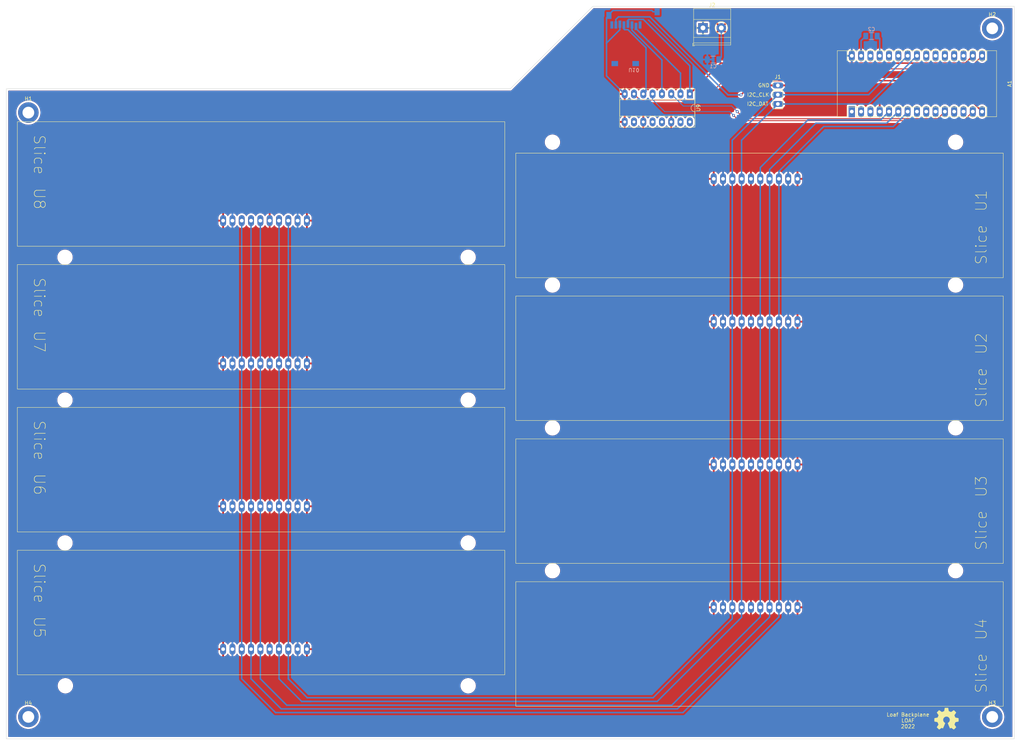
<source format=kicad_pcb>
(kicad_pcb (version 20211014) (generator pcbnew)
  (layers (0 "F.Cu" signal) (31 "B.Cu" signal) (34 "B.Paste" user) (35 "F.Paste" user) (36 "B.SilkS" user "B.Silkscreen") (37 "F.SilkS" user "F.Silkscreen") (38 "B.Mask" user) (39 "F.Mask" user) (44 "Edge.Cuts" user))
  (net 0 "")
  (net 4 "GND")
  (net 5 "/E_STOP")
  (net 6 "/INT")
  (net 7 "/SYNC")
  (net 11 "/CS")
  (net 12 "/CS5")
  (net 14 "/DI")
  (net 15 "/DO")
  (net 16 "/CLK")
  (net 17 "/3V3")
  (net 23 "/I2C_DAT")
  (net 24 "/I2C_CLK")
  (net 27 "+5V")
  (net 29 "+12V")
  (net 33 "/DI5")
  (net 35 "/CLK5")
  (footprint "Package_DIP:DIP-16_W7.62mm_Socket_LongPads" (layer "F.Cu") (at 236.484 73.924 -90)
    (fp_text reference "U9" (at 3.81 -2.33 90) (layer "F.SilkS"))
    (fp_text value "CD74HC4050")
    (fp_line (start 6.06 -1.33) (end 4.81 -1.33) (layer "F.SilkS") (width 0.12))
    (fp_line (start 9.06 19.17) (end 9.06 -1.39) (layer "F.SilkS") (width 0.12))
    (fp_line (start -1.44 19.17) (end 9.06 19.17) (layer "F.SilkS") (width 0.12))
    (fp_line (start 6.06 19.11) (end 6.06 -1.33) (layer "F.SilkS") (width 0.12))
    (fp_line (start 1.56 -1.33) (end 1.56 19.11) (layer "F.SilkS") (width 0.12))
    (fp_line (start -1.44 -1.39) (end -1.44 19.17) (layer "F.SilkS") (width 0.12))
    (fp_line (start 9.06 -1.39) (end -1.44 -1.39) (layer "F.SilkS") (width 0.12))
    (fp_line (start 1.56 19.11) (end 6.06 19.11) (layer "F.SilkS") (width 0.12))
    (fp_line (start 2.81 -1.33) (end 1.56 -1.33) (layer "F.SilkS") (width 0.12))
    (fp_arc (start 4.81 -1.33) (mid 3.81 -0.33) (end 2.81 -1.33) (layer "F.SilkS") (width 0.12))
    (pad "1" thru_hole rect (at 0 0 270) (size 2.4 1.6) (drill 0.8) (layers *.Cu *.Mask) (net 17 "/3V3"))
    (pad "2" thru_hole oval (at 0 2.54 270) (size 2.4 1.6) (drill 0.8) (layers *.Cu *.Mask) (net 11 "/CS"))
    (pad "3" thru_hole oval (at 0 5.08 270) (size 2.4 1.6) (drill 0.8) (layers *.Cu *.Mask) (net 12 "/CS5"))
    (pad "4" thru_hole oval (at 0 7.62 270) (size 2.4 1.6) (drill 0.8) (layers *.Cu *.Mask) (net 14 "/DI"))
    (pad "5" thru_hole oval (at 0 10.16 270) (size 2.4 1.6) (drill 0.8) (layers *.Cu *.Mask) (net 33 "/DI5"))
    (pad "6" thru_hole oval (at 0 12.7 270) (size 2.4 1.6) (drill 0.8) (layers *.Cu *.Mask) (net 16 "/CLK"))
    (pad "7" thru_hole oval (at 0 15.24 270) (size 2.4 1.6) (drill 0.8) (layers *.Cu *.Mask) (net 35 "/CLK5"))
    (pad "8" thru_hole oval (at 0 17.78 270) (size 2.4 1.6) (drill 0.8) (layers *.Cu *.Mask) (net 4 "GND"))
    (pad "9" thru_hole oval (at 7.62 17.78 270) (size 2.4 1.6) (drill 0.8) (layers *.Cu *.Mask) (net 4 "GND"))
    (pad "10" thru_hole oval (at 7.62 15.24 270) (size 2.4 1.6) (drill 0.8) (layers *.Cu *.Mask))
    (pad "11" thru_hole oval (at 7.62 12.7 270) (size 2.4 1.6) (drill 0.8) (layers *.Cu *.Mask) (net 4 "GND"))
    (pad "12" thru_hole oval (at 7.62 10.16 270) (size 2.4 1.6) (drill 0.8) (layers *.Cu *.Mask))
    (pad "13" thru_hole oval (at 7.62 7.62 270) (size 2.4 1.6) (drill 0.8) (layers *.Cu *.Mask))
    (pad "14" thru_hole oval (at 7.62 5.08 270) (size 2.4 1.6) (drill 0.8) (layers *.Cu *.Mask) (net 4 "GND"))
    (pad "15" thru_hole oval (at 7.62 2.54 270) (size 2.4 1.6) (drill 0.8) (layers *.Cu *.Mask))
    (pad "16" thru_hole oval (at 7.62 0 270) (size 2.4 1.6) (drill 0.8) (layers *.Cu *.Mask))
  )
  (footprint "MountingHole:MountingHole_3.2mm_M3_DIN965_Pad" (layer "F.Cu") (at 319 244)
    (fp_text reference "H3" (at 0 -3.8) (layer "F.SilkS"))
    (fp_text value "MountingHole")
    (pad "1" thru_hole circle (at 0 0) (size 5.6 5.6) (drill 3.2) (layers *.Cu *.Mask))
  )
  (footprint "Custom_Components:BREAD_Slice_Mounting" (layer "F.Cu") (at 66 235.5)
    (fp_text reference "U5" (at -7 -16 -90 unlocked) (layer "F.SilkS") (effects (font (size 3 3))))
    (fp_text value "BREAD_Slice_Mounting")
    (fp_text user "Slice" (at -7 -28 -90 unlocked) (layer "F.SilkS") (effects (font (size 3 3))))
    (fp_rect (start -13 -37) (end 120 -3) (layer "F.SilkS") (width 0.12) (fill none))
    (pad "" np_thru_hole circle (at 0.1 0) (size 3.2 3.2) (drill 3.2) (layers F&B.Cu *.Mask))
    (pad "" np_thru_hole circle (at 110 0) (size 3.2 3.2) (drill 3.2) (layers F&B.Cu *.Mask))
    (pad "1" thru_hole oval (at 66 -10 180) (size 1.6 3) (drill 1) (layers *.Cu *.Mask) (net 4 "GND"))
    (pad "2" thru_hole oval (at 63.46 -10 180) (size 1.6 3) (drill 1) (layers *.Cu *.Mask) (net 29 "+12V"))
    (pad "3" thru_hole oval (at 60.92 -10) (size 1.6 3) (drill 1) (layers *.Cu *.Mask) (net 24 "/I2C_CLK"))
    (pad "4" thru_hole oval (at 58.38 -10) (size 1.6 3) (drill 1) (layers *.Cu *.Mask) (net 23 "/I2C_DAT"))
    (pad "5" thru_hole oval (at 55.84 -10) (size 1.6 3) (drill 1) (layers *.Cu *.Mask) (net 4 "GND"))
    (pad "6" thru_hole oval (at 53.3 -10) (size 1.6 3) (drill 1) (layers *.Cu *.Mask) (net 5 "/E_STOP"))
    (pad "7" thru_hole oval (at 50.76 -10) (size 1.6 3) (drill 1) (layers *.Cu *.Mask) (net 6 "/INT"))
    (pad "8" thru_hole oval (at 48.22 -10) (size 1.6 3) (drill 1) (layers *.Cu *.Mask) (net 7 "/SYNC"))
    (pad "9" thru_hole oval (at 45.68 -10) (size 1.6 3) (drill 1) (layers *.Cu *.Mask) (net 29 "+12V"))
    (pad "10" thru_hole oval (at 43.14 -10) (size 1.6 3) (drill 1) (layers *.Cu *.Mask) (net 4 "GND"))
  )
  (footprint "Module:Arduino_Nano" (layer "F.Cu") (at 280.67 78.73 90)
    (fp_text reference "A1" (at 7.61 43.05 90) (layer "F.SilkS"))
    (fp_text value "Arduino_Nano_v3.x")
    (fp_line (start -1.4 39.5) (end 16.64 39.5) (layer "F.SilkS") (width 0.12))
    (fp_line (start -1.4 1.27) (end -1.4 39.5) (layer "F.SilkS") (width 0.12))
    (fp_line (start 16.64 -3.94) (end -1.4 -3.94) (layer "F.SilkS") (width 0.12))
    (fp_line (start 13.97 -1.27) (end 13.97 36.83) (layer "F.SilkS") (width 0.12))
    (fp_line (start 1.27 -1.27) (end -1.4 -1.27) (layer "F.SilkS") (width 0.12))
    (fp_line (start 16.64 39.5) (end 16.64 -3.94) (layer "F.SilkS") (width 0.12))
    (fp_line (start 1.27 1.27) (end 1.27 36.83) (layer "F.SilkS") (width 0.12))
    (fp_line (start 13.97 36.83) (end 16.64 36.83) (layer "F.SilkS") (width 0.12))
    (fp_line (start 1.27 1.27) (end -1.4 1.27) (layer "F.SilkS") (width 0.12))
    (fp_line (start 1.27 36.83) (end -1.4 36.83) (layer "F.SilkS") (width 0.12))
    (fp_line (start 1.27 1.27) (end 1.27 -1.27) (layer "F.SilkS") (width 0.12))
    (fp_line (start -1.4 -3.94) (end -1.4 -1.27) (layer "F.SilkS") (width 0.12))
    (fp_line (start 13.97 -1.27) (end 16.64 -1.27) (layer "F.SilkS") (width 0.12))
    (pad "1" thru_hole rect (at 0 0 180) (size 1.7 3) (drill 1) (layers *.Cu *.Mask))
    (pad "2" thru_hole oval (at 0 2.54 180) (size 1.6 3) (drill 1) (layers *.Cu *.Mask))
    (pad "3" thru_hole oval (at 0 5.08 180) (size 1.6 3) (drill 1) (layers *.Cu *.Mask))
    (pad "4" thru_hole oval (at 0 7.62 180) (size 1.6 3) (drill 1) (layers *.Cu *.Mask) (net 4 "GND"))
    (pad "5" thru_hole oval (at 0 10.16 180) (size 1.6 3) (drill 1) (layers *.Cu *.Mask) (net 5 "/E_STOP"))
    (pad "6" thru_hole oval (at 0 12.7 180) (size 1.6 3) (drill 1) (layers *.Cu *.Mask) (net 6 "/INT"))
    (pad "7" thru_hole oval (at 0 15.24 180) (size 1.6 3) (drill 1) (layers *.Cu *.Mask) (net 7 "/SYNC"))
    (pad "8" thru_hole oval (at 0 17.78 180) (size 1.6 3) (drill 1) (layers *.Cu *.Mask))
    (pad "9" thru_hole oval (at 0 20.32 180) (size 1.6 3) (drill 1) (layers *.Cu *.Mask))
    (pad "10" thru_hole oval (at 0 22.86 180) (size 1.6 3) (drill 1) (layers *.Cu *.Mask))
    (pad "11" thru_hole oval (at 0 25.4 180) (size 1.6 3) (drill 1) (layers *.Cu *.Mask) (net 12 "/CS5"))
    (pad "12" thru_hole oval (at 0 27.94 180) (size 1.6 3) (drill 1) (layers *.Cu *.Mask))
    (pad "13" thru_hole oval (at 0 30.48 180) (size 1.6 3) (drill 1) (layers *.Cu *.Mask))
    (pad "14" thru_hole oval (at 0 33.02 180) (size 1.6 3) (drill 1) (layers *.Cu *.Mask) (net 33 "/DI5"))
    (pad "15" thru_hole oval (at 0 35.56 180) (size 1.6 3) (drill 1) (layers *.Cu *.Mask) (net 15 "/DO"))
    (pad "16" thru_hole oval (at 15.24 35.56 180) (size 1.6 3) (drill 1) (layers *.Cu *.Mask) (net 35 "/CLK5"))
    (pad "17" thru_hole oval (at 15.24 33.02 180) (size 1.6 3) (drill 1) (layers *.Cu *.Mask) (net 17 "/3V3"))
    (pad "18" thru_hole oval (at 15.24 30.48 180) (size 1.6 3) (drill 1) (layers *.Cu *.Mask))
    (pad "19" thru_hole oval (at 15.24 27.94 180) (size 1.6 3) (drill 1) (layers *.Cu *.Mask))
    (pad "20" thru_hole oval (at 15.24 25.4 180) (size 1.6 3) (drill 1) (layers *.Cu *.Mask))
    (pad "21" thru_hole oval (at 15.24 22.86 180) (size 1.6 3) (drill 1) (layers *.Cu *.Mask))
    (pad "22" thru_hole oval (at 15.24 20.32 180) (size 1.6 3) (drill 1) (layers *.Cu *.Mask))
    (pad "23" thru_hole oval (at 15.24 17.78 180) (size 1.6 3) (drill 1) (layers *.Cu *.Mask) (net 23 "/I2C_DAT"))
    (pad "24" thru_hole oval (at 15.24 15.24 180) (size 1.6 3) (drill 1) (layers *.Cu *.Mask) (net 24 "/I2C_CLK"))
    (pad "25" thru_hole oval (at 15.24 12.7 180) (size 1.6 3) (drill 1) (layers *.Cu *.Mask))
    (pad "26" thru_hole oval (at 15.24 10.16 180) (size 1.6 3) (drill 1) (layers *.Cu *.Mask))
    (pad "27" thru_hole oval (at 15.24 7.62 180) (size 1.6 3) (drill 1) (layers *.Cu *.Mask) (net 27 "+5V"))
    (pad "28" thru_hole oval (at 15.24 5.08 180) (size 1.6 3) (drill 1) (layers *.Cu *.Mask))
    (pad "29" thru_hole oval (at 15.24 2.54 180) (size 1.6 3) (drill 1) (layers *.Cu *.Mask) (net 4 "GND"))
    (pad "30" thru_hole oval (at 15.24 0 180) (size 1.6 3) (drill 1) (layers *.Cu *.Mask) (net 29 "+12V"))
  )
  (footprint "Custom_Components:BREAD_Slice_Mounting" (layer "F.Cu") (at 309 204.08 180)
    (fp_text reference "U4" (at -7 -16 90 unlocked) (layer "F.SilkS") (effects (font (size 3 3))))
    (fp_text value "BREAD_Slice_Mounting")
    (fp_text user "Slice" (at -7 -28 90 unlocked) (layer "F.SilkS") (effects (font (size 3 3))))
    (fp_rect (start -13 -37) (end 120 -3) (layer "F.SilkS") (width 0.12) (fill none))
    (pad "" np_thru_hole circle (at 0 0 180) (size 3.2 3.2) (drill 3.2) (layers F&B.Cu *.Mask))
    (pad "" np_thru_hole circle (at 110 0 180) (size 3.2 3.2) (drill 3.2) (layers F&B.Cu *.Mask))
    (pad "1" thru_hole oval (at 66 -10) (size 1.6 3) (drill 1) (layers *.Cu *.Mask) (net 4 "GND"))
    (pad "2" thru_hole oval (at 63.46 -10) (size 1.6 3) (drill 1) (layers *.Cu *.Mask) (net 29 "+12V"))
    (pad "3" thru_hole oval (at 60.92 -10 180) (size 1.6 3) (drill 1) (layers *.Cu *.Mask) (net 24 "/I2C_CLK"))
    (pad "4" thru_hole oval (at 58.38 -10 180) (size 1.6 3) (drill 1) (layers *.Cu *.Mask) (net 23 "/I2C_DAT"))
    (pad "5" thru_hole oval (at 55.84 -10 180) (size 1.6 3) (drill 1) (layers *.Cu *.Mask) (net 4 "GND"))
    (pad "6" thru_hole oval (at 53.3 -10 180) (size 1.6 3) (drill 1) (layers *.Cu *.Mask) (net 5 "/E_STOP"))
    (pad "7" thru_hole oval (at 50.76 -10 180) (size 1.6 3) (drill 1) (layers *.Cu *.Mask) (net 6 "/INT"))
    (pad "8" thru_hole oval (at 48.22 -10 180) (size 1.6 3) (drill 1) (layers *.Cu *.Mask) (net 7 "/SYNC"))
    (pad "9" thru_hole oval (at 45.68 -10 180) (size 1.6 3) (drill 1) (layers *.Cu *.Mask) (net 29 "+12V"))
    (pad "10" thru_hole oval (at 43.14 -10 180) (size 1.6 3) (drill 1) (layers *.Cu *.Mask) (net 4 "GND"))
  )
  (footprint "Custom_Components:BREAD_Slice_Mounting" (layer "F.Cu") (at 309 126.08 180)
    (fp_text reference "U2" (at -7 -16 90 unlocked) (layer "F.SilkS") (effects (font (size 3 3))))
    (fp_text value "BREAD_Slice_Mounting")
    (fp_text user "Slice" (at -7 -28 90 unlocked) (layer "F.SilkS") (effects (font (size 3 3))))
    (fp_rect (start -13 -37) (end 120 -3) (layer "F.SilkS") (width 0.12) (fill none))
    (pad "" np_thru_hole circle (at 0 0 180) (size 3.2 3.2) (drill 3.2) (layers F&B.Cu *.Mask))
    (pad "" np_thru_hole circle (at 110 0 180) (size 3.2 3.2) (drill 3.2) (layers F&B.Cu *.Mask))
    (pad "1" thru_hole oval (at 66 -10) (size 1.6 3) (drill 1) (layers *.Cu *.Mask) (net 4 "GND"))
    (pad "2" thru_hole oval (at 63.46 -10) (size 1.6 3) (drill 1) (layers *.Cu *.Mask) (net 29 "+12V"))
    (pad "3" thru_hole oval (at 60.92 -10 180) (size 1.6 3) (drill 1) (layers *.Cu *.Mask) (net 24 "/I2C_CLK"))
    (pad "4" thru_hole oval (at 58.38 -10 180) (size 1.6 3) (drill 1) (layers *.Cu *.Mask) (net 23 "/I2C_DAT"))
    (pad "5" thru_hole oval (at 55.84 -10 180) (size 1.6 3) (drill 1) (layers *.Cu *.Mask) (net 4 "GND"))
    (pad "6" thru_hole oval (at 53.3 -10 180) (size 1.6 3) (drill 1) (layers *.Cu *.Mask) (net 5 "/E_STOP"))
    (pad "7" thru_hole oval (at 50.76 -10 180) (size 1.6 3) (drill 1) (layers *.Cu *.Mask) (net 6 "/INT"))
    (pad "8" thru_hole oval (at 48.22 -10 180) (size 1.6 3) (drill 1) (layers *.Cu *.Mask) (net 7 "/SYNC"))
    (pad "9" thru_hole oval (at 45.68 -10 180) (size 1.6 3) (drill 1) (layers *.Cu *.Mask) (net 29 "+12V"))
    (pad "10" thru_hole oval (at 43.14 -10 180) (size 1.6 3) (drill 1) (layers *.Cu *.Mask) (net 4 "GND"))
  )
  (footprint "Custom_Components:BREAD_Slice_Mounting" (layer "F.Cu") (at 66 196.5)
    (fp_text reference "U6" (at -7 -16 -90 unlocked) (layer "F.SilkS") (effects (font (size 3 3))))
    (fp_text value "BREAD_Slice_Mounting")
    (fp_text user "Slice" (at -7 -28 -90 unlocked) (layer "F.SilkS") (effects (font (size 3 3))))
    (fp_rect (start -13 -37) (end 120 -3) (layer "F.SilkS") (width 0.12) (fill none))
    (pad "" np_thru_hole circle (at 0 0) (size 3.2 3.2) (drill 3.2) (layers F&B.Cu *.Mask))
    (pad "" np_thru_hole circle (at 110 0) (size 3.2 3.2) (drill 3.2) (layers F&B.Cu *.Mask))
    (pad "1" thru_hole oval (at 66 -10 180) (size 1.6 3) (drill 1) (layers *.Cu *.Mask) (net 4 "GND"))
    (pad "2" thru_hole oval (at 63.46 -10 180) (size 1.6 3) (drill 1) (layers *.Cu *.Mask) (net 29 "+12V"))
    (pad "3" thru_hole oval (at 60.92 -10) (size 1.6 3) (drill 1) (layers *.Cu *.Mask) (net 24 "/I2C_CLK"))
    (pad "4" thru_hole oval (at 58.38 -10) (size 1.6 3) (drill 1) (layers *.Cu *.Mask) (net 23 "/I2C_DAT"))
    (pad "5" thru_hole oval (at 55.84 -10) (size 1.6 3) (drill 1) (layers *.Cu *.Mask) (net 4 "GND"))
    (pad "6" thru_hole oval (at 53.3 -10) (size 1.6 3) (drill 1) (layers *.Cu *.Mask) (net 5 "/E_STOP"))
    (pad "7" thru_hole oval (at 50.76 -10) (size 1.6 3) (drill 1) (layers *.Cu *.Mask) (net 6 "/INT"))
    (pad "8" thru_hole oval (at 48.22 -10) (size 1.6 3) (drill 1) (layers *.Cu *.Mask) (net 7 "/SYNC"))
    (pad "9" thru_hole oval (at 45.68 -10) (size 1.6 3) (drill 1) (layers *.Cu *.Mask) (net 29 "+12V"))
    (pad "10" thru_hole oval (at 43.14 -10) (size 1.6 3) (drill 1) (layers *.Cu *.Mask) (net 4 "GND"))
  )
  (footprint "MountingHole:MountingHole_3.2mm_M3_DIN965_Pad" (layer "F.Cu") (at 56 79)
    (fp_text reference "H1" (at 0 -3.8) (layer "F.SilkS"))
    (fp_text value "MountingHole")
    (pad "1" thru_hole circle (at 0 0) (size 5.6 5.6) (drill 3.2) (layers *.Cu *.Mask))
  )
  (footprint "MountingHole:MountingHole_3.2mm_M3_DIN965_Pad" (layer "F.Cu") (at 56 244)
    (fp_text reference "H4" (at 0 -3.8) (layer "F.SilkS"))
    (fp_text value "MountingHole")
    (pad "1" thru_hole circle (at 0 0) (size 5.6 5.6) (drill 3.2) (layers *.Cu *.Mask))
  )
  (footprint "Custom_Components:BREAD_Slice_Mounting" (layer "F.Cu") (at 66 118.5)
    (fp_text reference "U8" (at -7 -16 -90 unlocked) (layer "F.SilkS") (effects (font (size 3 3))))
    (fp_text value "BREAD_Slice_Mounting")
    (fp_text user "Slice" (at -7 -28 -90 unlocked) (layer "F.SilkS") (effects (font (size 3 3))))
    (fp_rect (start -13 -37) (end 120 -3) (layer "F.SilkS") (width 0.12) (fill none))
    (pad "" np_thru_hole circle (at 0 0) (size 3.2 3.2) (drill 3.2) (layers F&B.Cu *.Mask))
    (pad "" np_thru_hole circle (at 110 0) (size 3.2 3.2) (drill 3.2) (layers F&B.Cu *.Mask))
    (pad "1" thru_hole oval (at 66 -10 180) (size 1.6 3) (drill 1) (layers *.Cu *.Mask) (net 4 "GND"))
    (pad "2" thru_hole oval (at 63.46 -10 180) (size 1.6 3) (drill 1) (layers *.Cu *.Mask) (net 29 "+12V"))
    (pad "3" thru_hole oval (at 60.92 -10) (size 1.6 3) (drill 1) (layers *.Cu *.Mask) (net 24 "/I2C_CLK"))
    (pad "4" thru_hole oval (at 58.38 -10) (size 1.6 3) (drill 1) (layers *.Cu *.Mask) (net 23 "/I2C_DAT"))
    (pad "5" thru_hole oval (at 55.84 -10) (size 1.6 3) (drill 1) (layers *.Cu *.Mask) (net 4 "GND"))
    (pad "6" thru_hole oval (at 53.3 -10) (size 1.6 3) (drill 1) (layers *.Cu *.Mask) (net 5 "/E_STOP"))
    (pad "7" thru_hole oval (at 50.76 -10) (size 1.6 3) (drill 1) (layers *.Cu *.Mask) (net 6 "/INT"))
    (pad "8" thru_hole oval (at 48.22 -10) (size 1.6 3) (drill 1) (layers *.Cu *.Mask) (net 7 "/SYNC"))
    (pad "9" thru_hole oval (at 45.68 -10) (size 1.6 3) (drill 1) (layers *.Cu *.Mask) (net 29 "+12V"))
    (pad "10" thru_hole oval (at 43.14 -10) (size 1.6 3) (drill 1) (layers *.Cu *.Mask) (net 4 "GND"))
  )
  (footprint "Custom_Components:BREAD_Slice_Mounting" (layer "F.Cu") (at 309 165.08 180)
    (fp_text reference "U3" (at -7 -16 90 unlocked) (layer "F.SilkS") (effects (font (size 3 3))))
    (fp_text value "BREAD_Slice_Mounting")
    (fp_text user "Slice" (at -7 -28 90 unlocked) (layer "F.SilkS") (effects (font (size 3 3))))
    (fp_rect (start -13 -37) (end 120 -3) (layer "F.SilkS") (width 0.12) (fill none))
    (pad "" np_thru_hole circle (at 110 0 180) (size 3.2 3.2) (drill 3.2) (layers F&B.Cu *.Mask))
    (pad "" np_thru_hole circle (at 0 0 180) (size 3.2 3.2) (drill 3.2) (layers F&B.Cu *.Mask))
    (pad "1" thru_hole oval (at 66 -10) (size 1.6 3) (drill 1) (layers *.Cu *.Mask) (net 4 "GND"))
    (pad "2" thru_hole oval (at 63.46 -10) (size 1.6 3) (drill 1) (layers *.Cu *.Mask) (net 29 "+12V"))
    (pad "3" thru_hole oval (at 60.92 -10 180) (size 1.6 3) (drill 1) (layers *.Cu *.Mask) (net 24 "/I2C_CLK"))
    (pad "4" thru_hole oval (at 58.38 -10 180) (size 1.6 3) (drill 1) (layers *.Cu *.Mask) (net 23 "/I2C_DAT"))
    (pad "5" thru_hole oval (at 55.84 -10 180) (size 1.6 3) (drill 1) (layers *.Cu *.Mask) (net 4 "GND"))
    (pad "6" thru_hole oval (at 53.3 -10 180) (size 1.6 3) (drill 1) (layers *.Cu *.Mask) (net 5 "/E_STOP"))
    (pad "7" thru_hole oval (at 50.76 -10 180) (size 1.6 3) (drill 1) (layers *.Cu *.Mask) (net 6 "/INT"))
    (pad "8" thru_hole oval (at 48.22 -10 180) (size 1.6 3) (drill 1) (layers *.Cu *.Mask) (net 7 "/SYNC"))
    (pad "9" thru_hole oval (at 45.68 -10 180) (size 1.6 3) (drill 1) (layers *.Cu *.Mask) (net 29 "+12V"))
    (pad "10" thru_hole oval (at 43.14 -10 180) (size 1.6 3) (drill 1) (layers *.Cu *.Mask) (net 4 "GND"))
  )
  (footprint "TerminalBlock_Phoenix:TerminalBlock_Phoenix_MKDS-1,5-2_1x02_P5.00mm_Horizontal" (layer "F.Cu") (at 240.067657 55.88)
    (fp_text reference "J2" (at 2.5 -6.26) (layer "F.SilkS"))
    (fp_text value "Screw_Terminal_01x02")
    (fp_line (start -2.56 -5.261) (end 7.56 -5.261) (layer "F.SilkS") (width 0.12))
    (fp_line (start -2.8 4.16) (end -2.8 4.9) (layer "F.SilkS") (width 0.12))
    (fp_line (start 6.275 -1.069) (end 6.228 -1.023) (layer "F.SilkS") (width 0.12))
    (fp_line (start -2.56 4.1) (end 7.56 4.1) (layer "F.SilkS") (width 0.12))
    (fp_line (start 3.773 1.023) (end 3.726 1.069) (layer "F.SilkS") (width 0.12))
    (fp_line (start 6.07 -1.275) (end 6.035 -1.239) (layer "F.SilkS") (width 0.12))
    (fp_line (start -2.8 4.9) (end -2.3 4.9) (layer "F.SilkS") (width 0.12))
    (fp_line (start -2.56 -5.261) (end -2.56 4.66) (layer "F.SilkS") (width 0.12))
    (fp_line (start -2.56 4.66) (end 7.56 4.66) (layer "F.SilkS") (width 0.12))
    (fp_line (start 7.56 -5.261) (end 7.56 4.66) (layer "F.SilkS") (width 0.12))
    (fp_line (start -2.56 2.6) (end 7.56 2.6) (layer "F.SilkS") (width 0.12))
    (fp_line (start 3.966 1.239) (end 3.931 1.274) (layer "F.SilkS") (width 0.12))
    (fp_line (start -2.56 -2.301) (end 7.56 -2.301) (layer "F.SilkS") (width 0.12))
    (fp_arc (start 0.683318 1.534756) (mid 0.349292 1.643288) (end 0 1.68) (layer "F.SilkS") (width 0.12))
    (fp_arc (start -0.683042 -1.535427) (mid 0.000524 -1.680501) (end 0.684 -1.535) (layer "F.SilkS") (width 0.12))
    (fp_arc (start -1.535427 0.683042) (mid -1.680501 -0.000524) (end -1.535 -0.684) (layer "F.SilkS") (width 0.12))
    (fp_arc (start 1.535427 -0.683042) (mid 1.680501 0.000524) (end 1.535 0.684) (layer "F.SilkS") (width 0.12))
    (fp_arc (start 0.028805 1.680253) (mid -0.335551 1.646659) (end -0.684 1.535) (layer "F.SilkS") (width 0.12))
    (fp_circle (center 5 0) (end 6.68 0) (layer "F.SilkS") (width 0.12) (fill none))
    (pad "1" thru_hole rect (at 0 0) (size 2.6 2.6) (drill 1.3) (layers *.Cu *.Mask) (net 29 "+12V"))
    (pad "2" thru_hole circle (at 5 0) (size 2.6 2.6) (drill 1.3) (layers *.Cu *.Mask) (net 4 "GND"))
  )
  (footprint "MountingHole:MountingHole_3.2mm_M3_DIN965_Pad" (layer "F.Cu") (at 319 56)
    (fp_text reference "H2" (at 0 -3.8) (layer "F.SilkS"))
    (fp_text value "MountingHole")
    (pad "1" thru_hole circle (at 0 0) (size 5.6 5.6) (drill 3.2) (layers *.Cu *.Mask))
  )
  (footprint "Symbol:OSHW-Symbol_6.7x6mm_SilkScreen" (layer "F.Cu") (at 306.5 244.5)
    (fp_text reference "Logo1" hide)
    (fp_text value "Logo_Open_Hardware_Small" hide)
    (fp_poly (pts (xy 0.555814 -2.531069) (xy 0.639635 -2.086445) (xy 0.94892 -1.958947) (xy 1.258206 -1.831449) (xy 1.629246 -2.083754) (xy 1.733157 -2.154004) (xy 1.827087 -2.216728) (xy 1.906652 -2.269062) (xy 1.96747 -2.308143) (xy 2.005157 -2.331107) (xy 2.015421 -2.336058) (xy 2.03391 -2.323324) (xy 2.07342 -2.288118) (xy 2.129522 -2.234938) (xy 2.197787 -2.168282) (xy 2.273786 -2.092646) (xy 2.353092 -2.012528) (xy 2.431275 -1.932426) (xy 2.503907 -1.856836) (xy 2.566559 -1.790255) (xy 2.614803 -1.737182) (xy 2.64421 -1.702113) (xy 2.651241 -1.690377) (xy 2.641123 -1.66874) (xy 2.612759 -1.621338) (xy 2.569129 -1.552807) (xy 2.513218 -1.467785) (xy 2.448006 -1.370907) (xy 2.410219 -1.31565) (xy 2.341343 -1.214752) (xy 2.28014 -1.123701) (xy 2.229578 -1.04703) (xy 2.192628 -0.989272) (xy 2.172258 -0.954957) (xy 2.169197 -0.947746) (xy 2.176136 -0.927252) (xy 2.195051 -0.879487) (xy 2.223087 -0.811168) (xy 2.257391 -0.729011) (xy 2.295109 -0.63973) (xy 2.333387 -0.550042) (xy 2.36937 -0.466662) (xy 2.400206 -0.396306) (xy 2.423039 -0.34569) (xy 2.435017 -0.321529) (xy 2.435724 -0.320578) (xy 2.454531 -0.315964) (xy 2.504618 -0.305672) (xy 2.580793 -0.290713) (xy 2.677865 -0.272099) (xy 2.790643 -0.250841) (xy 2.856442 -0.238582) (xy 2.97695 -0.215638) (xy 3.085797 -0.193805) (xy 3.177476 -0.174278) (xy 3.246481 -0.158252) (xy 3.287304 -0.146921) (xy 3.295511 -0.143326) (xy 3.303548 -0.118994) (xy 3.310033 -0.064041) (xy 3.31497 0.015108) (xy 3.318364 0.112026) (xy 3.320218 0.220287) (xy 3.320538 0.333465) (xy 3.319327 0.445135) (xy 3.31659 0.548868) (xy 3.312331 0.638241) (xy 3.306555 0.706826) (xy 3.299267 0.748197) (xy 3.294895 0.75681) (xy 3.268764 0.767133) (xy 3.213393 0.781892) (xy 3.136107 0.799352) (xy 3.04423 0.81778) (xy 3.012158 0.823741) (xy 2.857524 0.852066) (xy 2.735375 0.874876) (xy 2.641673 0.89308) (xy 2.572384 0.907583) (xy 2.523471 0.919292) (xy 2.490897 0.929115) (xy 2.470628 0.937956) (xy 2.458626 0.946724) (xy 2.456947 0.948457) (xy 2.440184 0.976371) (xy 2.414614 1.030695) (xy 2.382788 1.104777) (xy 2.34726 1.191965) (xy 2.310583 1.285608) (xy 2.275311 1.379052) (xy 2.243996 1.465647) (xy 2.219193 1.53874) (xy 2.203454 1.591678) (xy 2.199332 1.617811) (xy 2.199676 1.618726) (xy 2.213641 1.640086) (xy 2.245322 1.687084) (xy 2.291391 1.754827) (xy 2.348518 1.838423) (xy 2.413373 1.932982) (xy 2.431843 1.959854) (xy 2.497699 2.057275) (xy 2.55565 2.146163) (xy 2.602538 2.221412) (xy 2.635207 2.27792) (xy 2.6505 2.310581) (xy 2.651241 2.314593) (xy 2.638392 2.335684) (xy 2.602888 2.377464) (xy 2.549293 2.435445) (xy 2.482171 2.505135) (xy 2.406087 2.582045) (xy 2.325604 2.661683) (xy 2.245287 2.739561) (xy 2.169699 2.811186) (xy 2.103405 2.87207) (xy 2.050969 2.917721) (xy 2.016955 2.94365) (xy 2.007545 2.947883) (xy 1.985643 2.937912) (xy 1.9408 2.91102) (xy 1.880321 2.871736) (xy 1.833789 2.840117) (xy 1.749475 2.782098) (xy 1.649626 2.713784) (xy 1.549473 2.645579) (xy 1.495627 2.609075) (xy 1.313371 2.4858) (xy 1.160381 2.56852) (xy 1.090682 2.604759) (xy 1.031414 2.632926) (xy 0.991311 2.648991) (xy 0.981103 2.651226) (xy 0.968829 2.634722) (xy 0.944613 2.588082) (xy 0.910263 2.515609) (xy 0.867588 2.421606) (xy 0.818394 2.310374) (xy 0.76449 2.186215) (xy 0.707684 2.053432) (xy 0.649782 1.916327) (xy 0.592593 1.779202) (xy 0.537924 1.646358) (xy 0.487584 1.522098) (xy 0.44338 1.410725) (xy 0.407119 1.316539) (xy 0.380609 1.243844) (xy 0.365658 1.196941) (xy 0.363254 1.180833) (xy 0.382311 1.160286) (xy 0.424036 1.126933) (xy 0.479706 1.087702) (xy 0.484378 1.084599) (xy 0.628264 0.969423) (xy 0.744283 0.835053) (xy 0.83143 0.685784) (xy 0.888699 0.525913) (xy 0.915086 0.359737) (xy 0.909585 0.191552) (xy 0.87119 0.025655) (xy 0.798895 -0.133658) (xy 0.777626 -0.168513) (xy 0.666996 -0.309263) (xy 0.536302 -0.422286) (xy 0.390064 -0.506997) (xy 0.232808 -0.562806) (xy 0.069057 -0.589126) (xy -0.096667 -0.58537) (xy -0.259838 -0.55095) (xy -0.415935 -0.485277) (xy -0.560433 -0.387765) (xy -0.605131 -0.348187) (xy -0.718888 -0.224297) (xy -0.801782 -0.093876) (xy -0.858644 0.052315) (xy -0.890313 0.197088) (xy -0.898131 0.35986) (xy -0.872062 0.52344) (xy -0.814755 0.682298) (xy -0.728856 0.830906) (xy -0.617014 0.963735) (xy -0.481877 1.075256) (xy -0.464117 1.087011) (xy -0.40785 1.125508) (xy -0.365077 1.158863) (xy -0.344628 1.18016) (xy -0.344331 1.180833) (xy -0.348721 1.203871) (xy -0.366124 1.256157) (xy -0.394732 1.33339) (xy -0.432735 1.431268) (xy -0.478326 1.545491) (xy -0.529697 1.671758) (xy -0.585038 1.805767) (xy -0.642542 1.943218) (xy -0.700399 2.079808) (xy -0.756802 2.211237) (xy -0.809942 2.333205) (xy -0.85801 2.441409) (xy -0.899199 2.531549) (xy -0.931699 2.599323) (xy -0.953703 2.64043) (xy -0.962564 2.651226) (xy -0.98964 2.642819) (xy -1.040303 2.620272) (xy -1.105817 2.587613) (xy -1.141841 2.56852) (xy -1.294832 2.4858) (xy -1.477088 2.609075) (xy -1.570125 2.672228) (xy -1.671985 2.741727) (xy -1.767438 2.807165) (xy -1.81525 2.840117) (xy -1.882495 2.885273) (xy -1.939436 2.921057) (xy -1.978646 2.942938) (xy -1.991381 2.947563) (xy -2.009917 2.935085) (xy -2.050941 2.900252) (xy -2.110475 2.846678) (xy -2.184542 2.777983) (xy -2.269165 2.697781) (xy -2.322685 2.646286) (xy -2.416319 2.554286) (xy -2.497241 2.471999) (xy -2.562177 2.402945) (xy -2.607858 2.350644) (xy -2.631011 2.318616) (xy -2.633232 2.312116) (xy -2.622924 2.287394) (xy -2.594439 2.237405) (xy -2.550937 2.167212) (xy -2.495577 2.081875) (xy -2.43152 1.986456) (xy -2.413303 1.959854) (xy -2.346927 1.863167) (xy -2.287378 1.776117) (xy -2.237984 1.703595) (xy -2.202075 1.650493) (xy -2.182981 1.621703) (xy -2.181136 1.618726) (xy -2.183895 1.595782) (xy -2.198538 1.545336) (xy -2.222513 1.474041) (xy -2.253266 1.388547) (xy -2.288244 1.295507) (xy -2.324893 1.201574) (xy -2.360661 1.113399) (xy -2.392994 1.037634) (xy -2.419338 0.980931) (xy -2.437142 0.949943) (xy -2.438407 0.948457) (xy -2.449294 0.939601) (xy -2.467682 0.930843) (xy -2.497606 0.921277) (xy -2.543103 0.909996) (xy -2.608209 0.896093) (xy -2.696961 0.878663) (xy -2.813393 0.856798) (xy -2.961542 0.829591) (xy -2.993618 0.823741) (xy -3.088686 0.805374) (xy -3.171565 0.787405) (xy -3.23493 0.771569) (xy -3.271458 0.7596) (xy -3.276356 0.75681) (xy -3.284427 0.732072) (xy -3.290987 0.67679) (xy -3.296033 0.597389) (xy -3.299559 0.500296) (xy -3.301561 0.391938) (xy -3.302036 0.27874) (xy -3.300977 0.167128) (xy -3.298382 0.063529) (xy -3.294246 -0.025632) (xy -3.288563 -0.093928) (xy -3.281331 -0.134934) (xy -3.276971 -0.143326) (xy -3.252698 -0.151792) (xy -3.197426 -0.165565) (xy -3.116662 -0.18345) (xy -3.015912 -0.204252) (xy -2.900683 -0.226777) (xy -2.837902 -0.238582) (xy -2.718787 -0.260849) (xy -2.612565 -0.281021) (xy -2.524427 -0.298085) (xy -2.459566 -0.311031) (xy -2.423174 -0.318845) (xy -2.417184 -0.320578) (xy -2.407061 -0.34011) (xy -2.385662 -0.387157) (xy -2.355839 -0.454997) (xy -2.320445 -0.536909) (xy -2.282332 -0.626172) (xy -2.244353 -0.716065) (xy -2.20936 -0.799865) (xy -2.180206 -0.870853) (xy -2.159743 -0.922306) (xy -2.150823 -0.947503) (xy -2.150657 -0.948604) (xy -2.160769 -0.968481) (xy -2.189117 -1.014223) (xy -2.232723 -1.081283) (xy -2.288606 -1.165116) (xy -2.353787 -1.261174) (xy -2.391679 -1.31635) (xy -2.460725 -1.417519) (xy -2.52205 -1.50937) (xy -2.572663 -1.587256) (xy -2.609571 -1.646531) (xy -2.629782 -1.682549) (xy -2.632701 -1.690623) (xy -2.620153 -1.709416) (xy -2.585463 -1.749543) (xy -2.533063 -1.806507) (xy -2.467384 -1.875815) (xy -2.392856 -1.952969) (xy -2.313913 -2.033475) (xy -2.234983 -2.112837) (xy -2.1605 -2.18656) (xy -2.094894 -2.250148) (xy -2.042596 -2.299106) (xy -2.008039 -2.328939) (xy -1.996478 -2.336058) (xy -1.977654 -2.326047) (xy -1.932631 -2.297922) (xy -1.865787 -2.254546) (xy -1.781499 -2.198782) (xy -1.684144 -2.133494) (xy -1.610707 -2.083754) (xy -1.239667 -1.831449) (xy -0.621095 -2.086445) (xy -0.537275 -2.531069) (xy -0.453454 -2.975693) (xy 0.471994 -2.975693) (xy 0.555814 -2.531069)) (layer "F.SilkS") (width 0.01) (fill solid))
  )
  (footprint "Custom_Components:BREAD_Slice_Mounting" (layer "F.Cu") (at 66 157.5)
    (fp_text reference "U7" (at -7 -16 -90 unlocked) (layer "F.SilkS") (effects (font (size 3 3))))
    (fp_text value "BREAD_Slice_Mounting")
    (fp_text user "Slice" (at -7 -28 -90 unlocked) (layer "F.SilkS") (effects (font (size 3 3))))
    (fp_rect (start -13 -37) (end 120 -3) (layer "F.SilkS") (width 0.12) (fill none))
    (pad "" np_thru_hole circle (at 0 0) (size 3.2 3.2) (drill 3.2) (layers F&B.Cu *.Mask))
    (pad "" np_thru_hole circle (at 110 0) (size 3.2 3.2) (drill 3.2) (layers F&B.Cu *.Mask))
    (pad "1" thru_hole oval (at 66 -10 180) (size 1.6 3) (drill 1) (layers *.Cu *.Mask) (net 4 "GND"))
    (pad "2" thru_hole oval (at 63.46 -10 180) (size 1.6 3) (drill 1) (layers *.Cu *.Mask) (net 29 "+12V"))
    (pad "3" thru_hole oval (at 60.92 -10) (size 1.6 3) (drill 1) (layers *.Cu *.Mask) (net 24 "/I2C_CLK"))
    (pad "4" thru_hole oval (at 58.38 -10) (size 1.6 3) (drill 1) (layers *.Cu *.Mask) (net 23 "/I2C_DAT"))
    (pad "5" thru_hole oval (at 55.84 -10) (size 1.6 3) (drill 1) (layers *.Cu *.Mask) (net 4 "GND"))
    (pad "6" thru_hole oval (at 53.3 -10) (size 1.6 3) (drill 1) (layers *.Cu *.Mask) (net 5 "/E_STOP"))
    (pad "7" thru_hole oval (at 50.76 -10) (size 1.6 3) (drill 1) (layers *.Cu *.Mask) (net 6 "/INT"))
    (pad "8" thru_hole oval (at 48.22 -10) (size 1.6 3) (drill 1) (layers *.Cu *.Mask) (net 7 "/SYNC"))
    (pad "9" thru_hole oval (at 45.68 -10) (size 1.6 3) (drill 1) (layers *.Cu *.Mask) (net 29 "+12V"))
    (pad "10" thru_hole oval (at 43.14 -10) (size 1.6 3) (drill 1) (layers *.Cu *.Mask) (net 4 "GND"))
  )
  (footprint "Custom_Components:BREAD_Slice_Mounting" (layer "F.Cu") (at 309 87.08 180)
    (fp_text reference "U1" (at -7 -16 90 unlocked) (layer "F.SilkS") (effects (font (size 3 3))))
    (fp_text value "BREAD_Slice_Mounting")
    (fp_text user "Slice" (at -7 -28 90 unlocked) (layer "F.SilkS") (effects (font (size 3 3))))
    (fp_rect (start -13 -37) (end 120 -3) (layer "F.SilkS") (width 0.12) (fill none))
    (pad "" np_thru_hole circle (at 0 0 180) (size 3.2 3.2) (drill 3.2) (layers F&B.Cu *.Mask))
    (pad "" np_thru_hole circle (at 110 0 180) (size 3.2 3.2) (drill 3.2) (layers F&B.Cu *.Mask))
    (pad "1" thru_hole oval (at 66 -10) (size 1.6 3) (drill 1) (layers *.Cu *.Mask) (net 4 "GND"))
    (pad "2" thru_hole oval (at 63.46 -10) (size 1.6 3) (drill 1) (layers *.Cu *.Mask) (net 29 "+12V"))
    (pad "3" thru_hole oval (at 60.92 -10 180) (size 1.6 3) (drill 1) (layers *.Cu *.Mask) (net 24 "/I2C_CLK"))
    (pad "4" thru_hole oval (at 58.38 -10 180) (size 1.6 3) (drill 1) (layers *.Cu *.Mask) (net 23 "/I2C_DAT"))
    (pad "5" thru_hole oval (at 55.84 -10 180) (size 1.6 3) (drill 1) (layers *.Cu *.Mask) (net 4 "GND"))
    (pad "6" thru_hole oval (at 53.3 -10 180) (size 1.6 3) (drill 1) (layers *.Cu *.Mask) (net 5 "/E_STOP"))
    (pad "7" thru_hole oval (at 50.76 -10 180) (size 1.6 3) (drill 1) (layers *.Cu *.Mask) (net 6 "/INT"))
    (pad "8" thru_hole oval (at 48.22 -10 180) (size 1.6 3) (drill 1) (layers *.Cu *.Mask) (net 7 "/SYNC"))
    (pad "9" thru_hole oval (at 45.68 -10 180) (size 1.6 3) (drill 1) (layers *.Cu *.Mask) (net 29 "+12V"))
    (pad "10" thru_hole oval (at 43.14 -10 180) (size 1.6 3) (drill 1) (layers *.Cu *.Mask) (net 4 "GND"))
  )
  (footprint "Connector_PinHeader_2.54mm:PinHeader_1x03_P2.54mm_Vertical" (layer "F.Cu") (at 260.5 71.575)
    (fp_text reference "J1" (at 0 -2.33) (layer "F.SilkS"))
    (fp_text value "Conn_01x03_Male")
    (fp_line (start -1.33 1.27) (end 1.33 1.27) (layer "F.SilkS") (width 0.12))
    (fp_line (start -1.33 1.27) (end -1.33 6.41) (layer "F.SilkS") (width 0.12))
    (fp_line (start 1.33 1.27) (end 1.33 6.41) (layer "F.SilkS") (width 0.12))
    (fp_line (start -1.33 6.41) (end 1.33 6.41) (layer "F.SilkS") (width 0.12))
    (fp_line (start -1.33 0) (end -1.33 -1.33) (layer "F.SilkS") (width 0.12))
    (fp_line (start -1.33 -1.33) (end 0 -1.33) (layer "F.SilkS") (width 0.12))
    (pad "1" thru_hole oval (at 0 0 90) (size 1.6 3) (drill 1) (layers *.Cu *.Mask) (net 4 "GND"))
    (pad "2" thru_hole oval (at 0 2.54 90) (size 1.6 3) (drill 1) (layers *.Cu *.Mask) (net 24 "/I2C_CLK"))
    (pad "3" thru_hole oval (at 0 5.08 90) (size 1.6 3) (drill 1) (layers *.Cu *.Mask) (net 23 "/I2C_DAT"))
  )
  (footprint "Extras:C_1206_3216Metric_Pad1.33x1.80mm_HandSolder" (layer "B.Cu") (at 242.824 64.516)
    (fp_text reference "C1" (at 0 1.85) (layer "B.SilkS") (effects (justify mirror)))
    (fp_text value "10uF_t")
    (fp_line (start -0.711252 -0.91) (end 0.711252 -0.91) (layer "B.SilkS") (width 0.12))
    (fp_line (start -0.711252 0.91) (end 0.711252 0.91) (layer "B.SilkS") (width 0.12))
    (pad "1" smd roundrect (at -1.5625 0) (size 1.325 1.8) (layers "B.Cu" "B.Paste" "B.Mask") (roundrect_rratio 0.1886792453) (net 29 "+12V"))
    (pad "2" smd roundrect (at 1.5625 0) (size 1.325 1.8) (layers "B.Cu" "B.Paste" "B.Mask") (roundrect_rratio 0.1886792453) (net 4 "GND"))
  )
  (footprint "Extras:C_1206_3216Metric_Pad1.33x1.80mm_HandSolder" (layer "B.Cu") (at 286.0425 58.1 180)
    (fp_text reference "C2" (at 0 1.85) (layer "B.SilkS") (effects (justify mirror)))
    (fp_text value "10uF_t")
    (fp_line (start -0.711252 -0.91) (end 0.711252 -0.91) (layer "B.SilkS") (width 0.12))
    (fp_line (start -0.711252 0.91) (end 0.711252 0.91) (layer "B.SilkS") (width 0.12))
    (pad "1" smd roundrect (at -1.5625 0 180) (size 1.325 1.8) (layers "B.Cu" "B.Paste" "B.Mask") (roundrect_rratio 0.1886792453) (net 27 "+5V"))
    (pad "2" smd roundrect (at 1.5625 0 180) (size 1.325 1.8) (layers "B.Cu" "B.Paste" "B.Mask") (roundrect_rratio 0.1886792453) (net 4 "GND"))
  )
  (footprint "Extras:micro_SD_LOAF" (layer "B.Cu") (at 213.955 66.02)
    (fp_text reference "U10" (at 7.25 1.35 180 unlocked) (layer "B.SilkS") (effects (justify mirror)))
    (fp_text value "microSD_Connector")
    (pad "" smd rect (at 2.05 -0.4) (size 1.8 1.4) (layers "B.Cu" "B.Paste" "B.Mask"))
    (pad "1" smd rect (at 8.94 -10.95) (size 0.8 2) (layers "B.Cu" "B.Paste" "B.Mask"))
    (pad "2" smd rect (at 7.84 -10.54) (size 0.8 2) (layers "B.Cu" "B.Paste" "B.Mask") (net 11 "/CS"))
    (pad "3" smd rect (at 6.74 -10.95) (size 0.8 2) (layers "B.Cu" "B.Paste" "B.Mask") (net 14 "/DI"))
    (pad "4" smd rect (at 5.64 -11.16) (size 0.8 2) (layers "B.Cu" "B.Paste" "B.Mask") (net 17 "/3V3"))
    (pad "5" smd rect (at 4.54 -10.95) (size 0.8 2) (layers "B.Cu" "B.Paste" "B.Mask") (net 16 "/CLK"))
    (pad "6" smd rect (at 3.44 -11.15) (size 0.8 2) (layers "B.Cu" "B.Paste" "B.Mask") (net 4 "GND"))
    (pad "7" smd rect (at 2.34 -10.95) (size 0.8 2) (layers "B.Cu" "B.Paste" "B.Mask") (net 15 "/DO"))
    (pad "8" smd rect (at 1.24 -10.95) (size 0.8 2) (layers "B.Cu" "B.Paste" "B.Mask"))
    (pad "9" smd rect (at 7.75 -0.4) (size 1.8 1.4) (layers "B.Cu" "B.Paste" "B.Mask"))
    (pad "10" smd rect (at 13.6 -14.55) (size 1.4 1.9) (layers "B.Cu" "B.Paste" "B.Mask") (net 4 "GND"))
    (pad "10" smd rect (at 0.45 -13.55) (size 1.4 1.9) (layers "B.Cu" "B.Paste" "B.Mask") (net 4 "GND"))
  )
  (gr_poly (pts (xy 325 250) (xy 50 250) (xy 50 72.5) (xy 187.5 72.5) (xy 210 50) (xy 325 50)) (layer "Edge.Cuts") (width 0.1) (fill none))
  (gr_text "I2C_CLK" (at 255.11 74.14) (layer "F.SilkS") (effects (font (size 1 1))))
  (gr_text "I2C_DAT" (at 255.01 76.63) (layer "F.SilkS") (effects (font (size 1 1))))
  (gr_text "GND" (at 256.67 71.57) (layer "F.SilkS") (effects (font (size 1 1))))
  (gr_text "Loaf Backplane\nLOAF\n2022" (at 296 245) (layer "F.SilkS") (effects (font (size 1 1))))
  (segment (start 217.395 54.87) (end 217.395 56.369022) (width 0.4) (layer "B.Cu") (net 4))
  (segment (start 245.067657 63.834843) (end 245.067657 55.88) (width 0.4) (layer "B.Cu") (net 4))
  (segment (start 213.75498 68.97498) (end 213.75498 60.05702) (width 0.4) (layer "B.Cu") (net 4))
  (segment (start 214.405 52.22) (end 215.505 51.12) (width 0.4) (layer "B.Cu") (net 4))
  (segment (start 218.704 73.924) (end 213.75498 68.97498) (width 0.4) (layer "B.Cu") (net 4))
  (segment (start 213.75498 53.12002) (end 214.405 52.47) (width 0.4) (layer "B.Cu") (net 4))
  (segment (start 284.48 58.1) (end 283.21 59.37) (width 0.4) (layer "B.Cu") (net 4))
  (segment (start 217.395 56.369022) (end 213.75498 60.009042) (width 0.4) (layer "B.Cu") (net 4))
  (segment (start 213.75498 60.009042) (end 213.75498 60.05702) (width 0.4) (layer "B.Cu") (net 4))
  (segment (start 215.505 51.12) (end 226.105 51.12) (width 0.4) (layer "B.Cu") (net 4))
  (segment (start 226.105 51.12) (end 226.455 51.47) (width 0.4) (layer "B.Cu") (net 4))
  (segment (start 213.75498 60.05702) (end 213.75498 53.12002) (width 0.4) (layer "B.Cu") (net 4))
  (segment (start 214.405 52.47) (end 214.405 52.22) (width 0.4) (layer "B.Cu") (net 4))
  (segment (start 283.21 59.37) (end 283.21 63.49) (width 0.4) (layer "B.Cu") (net 4))
  (segment (start 244.3865 64.516) (end 245.067657 63.834843) (width 0.4) (layer "B.Cu") (net 4))
  (segment (start 226.455 51.47) (end 227.555 51.47) (width 0.4) (layer "B.Cu") (net 4))
  (segment (start 288.56 81) (end 290.83 78.73) (width 0.4) (layer "B.Cu") (net 5))
  (segment (start 255.7 216.7) (end 255.7 94) (width 0.4) (layer "B.Cu") (net 5))
  (segment (start 126.492 240.792) (end 231.5595 240.792) (width 0.4) (layer "B.Cu") (net 5))
  (segment (start 119.38 108.58) (end 119.3 108.5) (width 0.4) (layer "B.Cu") (net 5))
  (segment (start 268.7 81) (end 288.56 81) (width 0.4) (layer "B.Cu") (net 5))
  (segment (start 231.5595 240.792) (end 255.7 216.7) (width 0.4) (layer "B.Cu") (net 5))
  (segment (start 119.3 233.6) (end 126.492 240.792) (width 0.4) (layer "B.Cu") (net 5))
  (segment (start 119.3 108.58) (end 119.3 233.6) (width 0.4) (layer "B.Cu") (net 5))
  (segment (start 255.7 94) (end 268.7 81) (width 0.4) (layer "B.Cu") (net 5))
  (segment (start 116.75 108.58) (end 116.75 233.59) (width 0.4) (layer "B.Cu") (net 6))
  (segment (start 124.968 241.808) (end 233.0835 241.808) (width 0.4) (layer "B.Cu") (net 6))
  (segment (start 116.76 108.5) (end 116.84 108.58) (width 0.4) (layer "B.Cu") (net 6))
  (segment (start 293.37 79.502) (end 293.37 78.73) (width 0.4) (layer "B.Cu") (net 6))
  (segment (start 233.0835 241.808) (end 258.25 216.7) (width 0.4) (layer "B.Cu") (net 6))
  (segment (start 258.25 94.5) (end 270.85 81.9) (width 0.4) (layer "B.Cu") (net 6))
  (segment (start 258.25 216.7) (end 258.25 94.5) (width 0.4) (layer "B.Cu") (net 6))
  (segment (start 290.2 81.9) (end 293.37 78.73) (width 0.4) (layer "B.Cu") (net 6))
  (segment (start 116.75 233.59) (end 124.968 241.808) (width 0.4) (layer "B.Cu") (net 6))
  (segment (start 270.85 81.9) (end 290.2 81.9) (width 0.4) (layer "B.Cu") (net 6))
  (segment (start 114.2 233.58) (end 123.444 242.824) (width 0.4) (layer "B.Cu") (net 7))
  (segment (start 292 82.8) (end 295.91 78.89) (width 0.4) (layer "B.Cu") (net 7))
  (segment (start 114.2 108.58) (end 114.2 233.58) (width 0.4) (layer "B.Cu") (net 7))
  (segment (start 123.444 242.824) (end 234.6075 242.824) (width 0.4) (layer "B.Cu") (net 7))
  (segment (start 295.91 78.89) (end 295.91 78.73) (width 0.4) (layer "B.Cu") (net 7))
  (segment (start 260.8 95) (end 272.996 82.804) (width 0.4) (layer "B.Cu") (net 7))
  (segment (start 234.6075 242.824) (end 260.8 216.7) (width 0.4) (layer "B.Cu") (net 7))
  (segment (start 272.996 82.8) (end 292 82.8) (width 0.4) (layer "B.Cu") (net 7))
  (segment (start 114.3 108.58) (end 114.22 108.5) (width 0.4) (layer "B.Cu") (net 7))
  (segment (start 260.8 216.7) (end 260.8 95) (width 0.4) (layer "B.Cu") (net 7))
  (segment (start 221.795 56.08) (end 221.795 55.48) (width 0.4) (layer "B.Cu") (net 11))
  (segment (start 233.944 73.924) (end 233.944 68.229) (width 0.4) (layer "B.Cu") (net 11))
  (segment (start 233.944 68.229) (end 221.795 56.08) (width 0.4) (layer "B.Cu") (net 11))
  (segment (start 251.342511 80.654511) (end 249.428 78.74) (width 0.25) (layer "F.Cu") (net 12))
  (segment (start 306.07 78.73) (end 304.145489 80.654511) (width 0.25) (layer "F.Cu") (net 12))
  (segment (start 304.145489 80.654511) (end 251.342511 80.654511) (width 0.25) (layer "F.Cu") (net 12))
  (via (at 249.428 78.74) (size 0.8) (drill 0.4) (layers "F.Cu" "B.Cu") (net 12))
  (segment (start 234.696 77.216) (end 231.404 73.924) (width 0.25) (layer "B.Cu") (net 12))
  (segment (start 247.904 77.216) (end 234.696 77.216) (width 0.25) (layer "B.Cu") (net 12))
  (segment (start 249.428 78.74) (end 247.904 77.216) (width 0.25) (layer "B.Cu") (net 12))
  (segment (start 228.864 73.924) (end 228.864 64.656872) (width 0.4) (layer "B.Cu") (net 14))
  (segment (start 228.864 64.656872) (end 220.695 56.487872) (width 0.4) (layer "B.Cu") (net 14))
  (segment (start 220.695 56.487872) (end 220.695 55.07) (width 0.4) (layer "B.Cu") (net 14))
  (segment (start 250.444 74.168) (end 254.33652 70.27548) (width 0.4) (layer "F.Cu") (net 15))
  (segment (start 254.33652 70.27548) (end 307.77548 70.27548) (width 0.4) (layer "F.Cu") (net 15))
  (segment (start 307.77548 70.27548) (end 316.23 78.73) (width 0.4) (layer "F.Cu") (net 15))
  (via (at 250.444 74.168) (size 0.8) (drill 0.4) (layers "F.Cu" "B.Cu") (net 15))
  (segment (start 216.295 53.570978) (end 216.995 52.870978) (width 0.4) (layer "B.Cu") (net 15))
  (segment (start 250.444 74.168) (end 246.888 74.168) (width 0.4) (layer "B.Cu") (net 15))
  (segment (start 216.295 55.07) (end 216.295 53.570978) (width 0.4) (layer "B.Cu") (net 15))
  (segment (start 225.590978 52.870978) (end 234.188 61.468) (width 0.4) (layer "B.Cu") (net 15))
  (segment (start 216.995 52.870978) (end 225.590978 52.870978) (width 0.4) (layer "B.Cu") (net 15))
  (segment (start 234.188 61.468) (end 246.888 74.168) (width 0.4) (layer "B.Cu") (net 15))
  (segment (start 218.495 56.159022) (end 218.495 55.07) (width 0.4) (layer "B.Cu") (net 16))
  (segment (start 224.52502 73.18298) (end 224.52502 61.30715) (width 0.4) (layer "B.Cu") (net 16))
  (segment (start 218.695489 56.359511) (end 218.495 56.159022) (width 0.4) (layer "B.Cu") (net 16))
  (segment (start 224.52502 61.30715) (end 219.577381 56.359511) (width 0.4) (layer "B.Cu") (net 16))
  (segment (start 223.784 73.924) (end 224.52502 73.18298) (width 0.4) (layer "B.Cu") (net 16))
  (segment (start 219.577381 56.359511) (end 218.695489 56.359511) (width 0.4) (layer "B.Cu") (net 16))
  (segment (start 236.484 73.924) (end 244.91848 65.48952) (width 0.4) (layer "F.Cu") (net 17))
  (segment (start 311.69048 65.48952) (end 313.69 63.49) (width 0.4) (layer "F.Cu") (net 17))
  (segment (start 244.91848 65.48952) (end 311.69048 65.48952) (width 0.4) (layer "F.Cu") (net 17))
  (segment (start 219.795489 53.570489) (end 223.794511 53.570489) (width 0.4) (layer "B.Cu") (net 17))
  (segment (start 219.595 54.86) (end 219.595 53.770978) (width 0.4) (layer "B.Cu") (net 17))
  (segment (start 219.595 53.770978) (end 219.795489 53.570489) (width 0.4) (layer "B.Cu") (net 17))
  (segment (start 223.794511 53.570489) (end 236.484 66.259978) (width 0.4) (layer "B.Cu") (net 17))
  (segment (start 236.484 66.259978) (end 236.484 73.924) (width 0.4) (layer "B.Cu") (net 17))
  (segment (start 124.38 108.5) (end 124.46 108.58) (width 0.4) (layer "B.Cu") (net 23))
  (segment (start 285.285 76.655) (end 298.45 63.49) (width 0.4) (layer "B.Cu") (net 23))
  (segment (start 124.4 233.61) (end 130.566 239.776) (width 0.4) (layer "B.Cu") (net 23))
  (segment (start 250.6 86.56) (end 260.5 76.66) (width 0.4) (layer "B.Cu") (net 23))
  (segment (start 260.5 76.655) (end 285.285 76.655) (width 0.4) (layer "B.Cu") (net 23))
  (segment (start 227.584 239.776) (end 250.6 216.8) (width 0.4) (layer "B.Cu") (net 23))
  (segment (start 124.4 108.58) (end 124.4 233.61) (width 0.4) (layer "B.Cu") (net 23))
  (segment (start 250.6 216.8) (end 250.6 86.56) (width 0.4) (layer "B.Cu") (net 23))
  (segment (start 260.5 76.66) (end 260.5 76.655) (width 0.4) (layer "B.Cu") (net 23))
  (segment (start 130.566 239.776) (end 133.096 239.776) (width 0.4) (layer "B.Cu") (net 23))
  (segment (start 133.096 239.776) (end 227.584 239.776) (width 0.4) (layer "B.Cu") (net 23))
  (segment (start 130.556 239.776) (end 133.096 239.776) (width 0.4) (layer "B.Cu") (net 23))
  (segment (start 248.05 86.56) (end 260.495 74.115) (width 0.4) (layer "B.Cu") (net 24))
  (segment (start 248.05 86.56) (end 248.05 217.2) (width 0.4) (layer "B.Cu") (net 24))
  (segment (start 127 108.58) (end 126.92 108.5) (width 0.4) (layer "B.Cu") (net 24))
  (segment (start 260.5 74.115) (end 285.285 74.115) (width 0.4) (layer "B.Cu") (net 24))
  (segment (start 126.95 233.63) (end 132.08 238.76) (width 0.4) (layer "B.Cu") (net 24))
  (segment (start 126.95 231.19) (end 126.95 233.63) (width 0.4) (layer "B.Cu") (net 24))
  (segment (start 126.95 231.19) (end 126.95 108.58) (width 0.4) (layer "B.Cu") (net 24))
  (segment (start 226.4715 238.76) (end 132.08 238.76) (width 0.4) (layer "B.Cu") (net 24))
  (segment (start 248.05 217.2) (end 226.4715 238.76) (width 0.4) (layer "B.Cu") (net 24))
  (segment (start 260.495 74.115) (end 260.5 74.115) (width 0.4) (layer "B.Cu") (net 24))
  (segment (start 126.95 233.64) (end 126.95 231.19) (width 0.4) (layer "B.Cu") (net 24))
  (segment (start 285.285 74.115) (end 295.91 63.49) (width 0.4) (layer "B.Cu") (net 24))
  (segment (start 288.29 63.49) (end 288.29 58.785) (width 0.4) (layer "B.Cu") (net 27))
  (segment (start 288.29 58.785) (end 287.605 58.1) (width 0.4) (layer "B.Cu") (net 27))
  (segment (start 249.860031 81.204031) (end 311.215969 81.204031) (width 0.25) (layer "F.Cu") (net 33))
  (segment (start 311.215969 81.204031) (end 313.69 78.73) (width 0.25) (layer "F.Cu") (net 33))
  (segment (start 248.412 79.756) (end 249.860031 81.204031) (width 0.25) (layer "F.Cu") (net 33))
  (via (at 248.412 79.756) (size 0.8) (drill 0.4) (layers "F.Cu" "B.Cu") (net 33))
  (segment (start 247.396 78.74) (end 229.616 78.74) (width 0.25) (layer "B.Cu") (net 33))
  (segment (start 226.324 73.924) (end 226.324 75.448) (width 0.25) (layer "B.Cu") (net 33))
  (segment (start 248.412 79.756) (end 247.396 78.74) (width 0.25) (layer "B.Cu") (net 33))
  (segment (start 226.324 75.448) (end 229.616 78.74) (width 0.25) (layer "B.Cu") (net 33))
  (segment (start 221.244 73.924) (end 222.868511 75.548511) (width 0.25) (layer "F.Cu") (net 35))
  (segment (start 248.92 67.056) (end 312.664 67.056) (width 0.25) (layer "F.Cu") (net 35))
  (segment (start 240.427489 75.548511) (end 248.92 67.056) (width 0.25) (layer "F.Cu") (net 35))
  (segment (start 222.868511 75.548511) (end 240.427489 75.548511) (width 0.25) (layer "F.Cu") (net 35))
  (segment (start 312.664 67.056) (end 316.23 63.49) (width 0.25) (layer "F.Cu") (net 35))
  (zone (net 4) (net_name "GND") (layer "F.Cu") (connect_pads (clearance 0.508)) (min_thickness 0.254) (fill yes (thermal_gap 0.508) (thermal_bridge_width 0.508))
    (polygon (pts (xy 327.66 251.46) (xy 48.26 251.46) (xy 48.26 71.12) (xy 185.42 71.12) (xy 208.28 48.26) (xy 327.66 48.26)))
  )
  (zone (net 29) (net_name "+12V") (layer "B.Cu") (connect_pads (clearance 0.508)) (min_thickness 0.254) (fill yes (thermal_gap 0.508) (thermal_bridge_width 0.508))
    (polygon (pts (xy 327.66 251.46) (xy 48.26 251.46) (xy 48.26 71.12) (xy 185.42 71.12) (xy 208.28 48.26) (xy 327.66 48.26)))
  )
)
</source>
